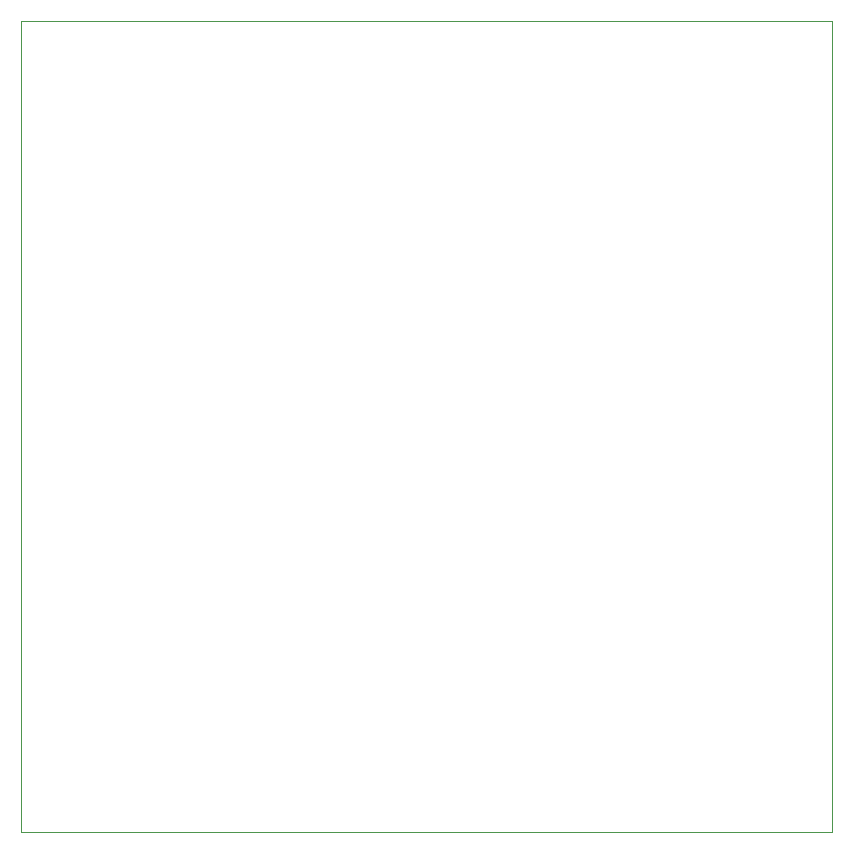
<source format=gbr>
%TF.GenerationSoftware,KiCad,Pcbnew,7.0.8*%
%TF.CreationDate,2023-10-13T15:36:58+03:00*%
%TF.ProjectId,4x4_switch,3478345f-7377-4697-9463-682e6b696361,rev?*%
%TF.SameCoordinates,Original*%
%TF.FileFunction,Profile,NP*%
%FSLAX46Y46*%
G04 Gerber Fmt 4.6, Leading zero omitted, Abs format (unit mm)*
G04 Created by KiCad (PCBNEW 7.0.8) date 2023-10-13 15:36:58*
%MOMM*%
%LPD*%
G01*
G04 APERTURE LIST*
%TA.AperFunction,Profile*%
%ADD10C,0.100000*%
%TD*%
G04 APERTURE END LIST*
D10*
X154982888Y-23810197D02*
X223685984Y-23810197D01*
X223685984Y-92495645D01*
X154982888Y-92495645D01*
X154982888Y-23810197D01*
M02*

</source>
